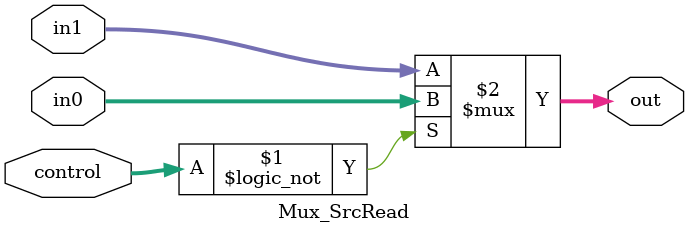
<source format=v>
module Mux_SrcRead(
    input wire [4:0] in0,
    input wire  [4:0] in1,
    input wire [1:0] control,
    output wire [4:0] out
    );

    assign out = (control == 2'b00) ? in0:
                 in1;
                 
endmodule
</source>
